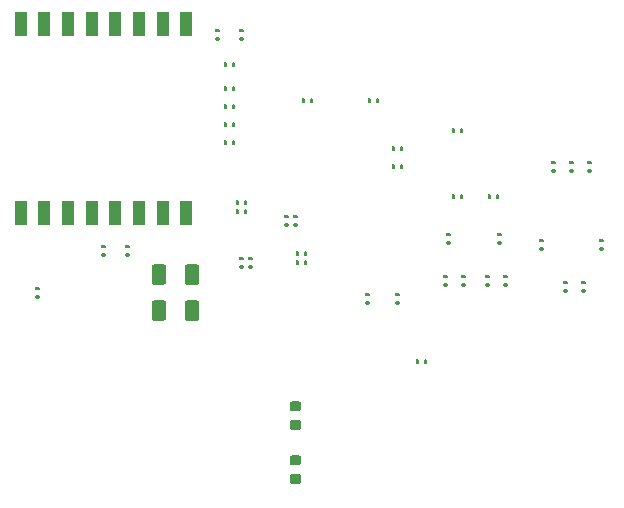
<source format=gbr>
G04 #@! TF.GenerationSoftware,KiCad,Pcbnew,(5.1.6)-1*
G04 #@! TF.CreationDate,2020-09-08T19:34:43-04:00*
G04 #@! TF.ProjectId,PayloadPrototypeBoard,5061796c-6f61-4645-9072-6f746f747970,rev?*
G04 #@! TF.SameCoordinates,Original*
G04 #@! TF.FileFunction,Paste,Bot*
G04 #@! TF.FilePolarity,Positive*
%FSLAX46Y46*%
G04 Gerber Fmt 4.6, Leading zero omitted, Abs format (unit mm)*
G04 Created by KiCad (PCBNEW (5.1.6)-1) date 2020-09-08 19:34:43*
%MOMM*%
%LPD*%
G01*
G04 APERTURE LIST*
%ADD10R,1.000000X2.000000*%
G04 APERTURE END LIST*
D10*
X42560000Y-77088000D03*
X40560000Y-77088000D03*
X38560000Y-77088000D03*
X36560000Y-77088000D03*
X34560000Y-77088000D03*
X32560000Y-77088000D03*
X30560000Y-77088000D03*
X28560000Y-77088000D03*
X28560000Y-61088000D03*
X30560000Y-61088000D03*
X32560000Y-61088000D03*
X34560000Y-61088000D03*
X36560000Y-61088000D03*
X38560000Y-61088000D03*
X40560000Y-61088000D03*
X42560000Y-61088000D03*
G36*
G01*
X51559750Y-99156000D02*
X52072250Y-99156000D01*
G75*
G02*
X52291000Y-99374750I0J-218750D01*
G01*
X52291000Y-99812250D01*
G75*
G02*
X52072250Y-100031000I-218750J0D01*
G01*
X51559750Y-100031000D01*
G75*
G02*
X51341000Y-99812250I0J218750D01*
G01*
X51341000Y-99374750D01*
G75*
G02*
X51559750Y-99156000I218750J0D01*
G01*
G37*
G36*
G01*
X51559750Y-97581000D02*
X52072250Y-97581000D01*
G75*
G02*
X52291000Y-97799750I0J-218750D01*
G01*
X52291000Y-98237250D01*
G75*
G02*
X52072250Y-98456000I-218750J0D01*
G01*
X51559750Y-98456000D01*
G75*
G02*
X51341000Y-98237250I0J218750D01*
G01*
X51341000Y-97799750D01*
G75*
G02*
X51559750Y-97581000I218750J0D01*
G01*
G37*
G36*
G01*
X58924000Y-67463500D02*
X58924000Y-67664500D01*
G75*
G02*
X58844500Y-67744000I-79500J0D01*
G01*
X58685500Y-67744000D01*
G75*
G02*
X58606000Y-67664500I0J79500D01*
G01*
X58606000Y-67463500D01*
G75*
G02*
X58685500Y-67384000I79500J0D01*
G01*
X58844500Y-67384000D01*
G75*
G02*
X58924000Y-67463500I0J-79500D01*
G01*
G37*
G36*
G01*
X58234000Y-67463500D02*
X58234000Y-67664500D01*
G75*
G02*
X58154500Y-67744000I-79500J0D01*
G01*
X57995500Y-67744000D01*
G75*
G02*
X57916000Y-67664500I0J79500D01*
G01*
X57916000Y-67463500D01*
G75*
G02*
X57995500Y-67384000I79500J0D01*
G01*
X58154500Y-67384000D01*
G75*
G02*
X58234000Y-67463500I0J-79500D01*
G01*
G37*
G36*
G01*
X50953500Y-77220000D02*
X51154500Y-77220000D01*
G75*
G02*
X51234000Y-77299500I0J-79500D01*
G01*
X51234000Y-77458500D01*
G75*
G02*
X51154500Y-77538000I-79500J0D01*
G01*
X50953500Y-77538000D01*
G75*
G02*
X50874000Y-77458500I0J79500D01*
G01*
X50874000Y-77299500D01*
G75*
G02*
X50953500Y-77220000I79500J0D01*
G01*
G37*
G36*
G01*
X50953500Y-77910000D02*
X51154500Y-77910000D01*
G75*
G02*
X51234000Y-77989500I0J-79500D01*
G01*
X51234000Y-78148500D01*
G75*
G02*
X51154500Y-78228000I-79500J0D01*
G01*
X50953500Y-78228000D01*
G75*
G02*
X50874000Y-78148500I0J79500D01*
G01*
X50874000Y-77989500D01*
G75*
G02*
X50953500Y-77910000I79500J0D01*
G01*
G37*
G36*
G01*
X47344500Y-81094000D02*
X47143500Y-81094000D01*
G75*
G02*
X47064000Y-81014500I0J79500D01*
G01*
X47064000Y-80855500D01*
G75*
G02*
X47143500Y-80776000I79500J0D01*
G01*
X47344500Y-80776000D01*
G75*
G02*
X47424000Y-80855500I0J-79500D01*
G01*
X47424000Y-81014500D01*
G75*
G02*
X47344500Y-81094000I-79500J0D01*
G01*
G37*
G36*
G01*
X47344500Y-81784000D02*
X47143500Y-81784000D01*
G75*
G02*
X47064000Y-81704500I0J79500D01*
G01*
X47064000Y-81545500D01*
G75*
G02*
X47143500Y-81466000I79500J0D01*
G01*
X47344500Y-81466000D01*
G75*
G02*
X47424000Y-81545500I0J-79500D01*
G01*
X47424000Y-81704500D01*
G75*
G02*
X47344500Y-81784000I-79500J0D01*
G01*
G37*
G36*
G01*
X53018000Y-67664500D02*
X53018000Y-67463500D01*
G75*
G02*
X53097500Y-67384000I79500J0D01*
G01*
X53256500Y-67384000D01*
G75*
G02*
X53336000Y-67463500I0J-79500D01*
G01*
X53336000Y-67664500D01*
G75*
G02*
X53256500Y-67744000I-79500J0D01*
G01*
X53097500Y-67744000D01*
G75*
G02*
X53018000Y-67664500I0J79500D01*
G01*
G37*
G36*
G01*
X52328000Y-67664500D02*
X52328000Y-67463500D01*
G75*
G02*
X52407500Y-67384000I79500J0D01*
G01*
X52566500Y-67384000D01*
G75*
G02*
X52646000Y-67463500I0J-79500D01*
G01*
X52646000Y-67664500D01*
G75*
G02*
X52566500Y-67744000I-79500J0D01*
G01*
X52407500Y-67744000D01*
G75*
G02*
X52328000Y-67664500I0J79500D01*
G01*
G37*
G36*
G01*
X46414000Y-64616500D02*
X46414000Y-64415500D01*
G75*
G02*
X46493500Y-64336000I79500J0D01*
G01*
X46652500Y-64336000D01*
G75*
G02*
X46732000Y-64415500I0J-79500D01*
G01*
X46732000Y-64616500D01*
G75*
G02*
X46652500Y-64696000I-79500J0D01*
G01*
X46493500Y-64696000D01*
G75*
G02*
X46414000Y-64616500I0J79500D01*
G01*
G37*
G36*
G01*
X45724000Y-64616500D02*
X45724000Y-64415500D01*
G75*
G02*
X45803500Y-64336000I79500J0D01*
G01*
X45962500Y-64336000D01*
G75*
G02*
X46042000Y-64415500I0J-79500D01*
G01*
X46042000Y-64616500D01*
G75*
G02*
X45962500Y-64696000I-79500J0D01*
G01*
X45803500Y-64696000D01*
G75*
G02*
X45724000Y-64616500I0J79500D01*
G01*
G37*
G36*
G01*
X52828000Y-81179500D02*
X52828000Y-81380500D01*
G75*
G02*
X52748500Y-81460000I-79500J0D01*
G01*
X52589500Y-81460000D01*
G75*
G02*
X52510000Y-81380500I0J79500D01*
G01*
X52510000Y-81179500D01*
G75*
G02*
X52589500Y-81100000I79500J0D01*
G01*
X52748500Y-81100000D01*
G75*
G02*
X52828000Y-81179500I0J-79500D01*
G01*
G37*
G36*
G01*
X52138000Y-81179500D02*
X52138000Y-81380500D01*
G75*
G02*
X52058500Y-81460000I-79500J0D01*
G01*
X51899500Y-81460000D01*
G75*
G02*
X51820000Y-81380500I0J79500D01*
G01*
X51820000Y-81179500D01*
G75*
G02*
X51899500Y-81100000I79500J0D01*
G01*
X52058500Y-81100000D01*
G75*
G02*
X52138000Y-81179500I0J-79500D01*
G01*
G37*
G36*
G01*
X52138000Y-80417500D02*
X52138000Y-80618500D01*
G75*
G02*
X52058500Y-80698000I-79500J0D01*
G01*
X51899500Y-80698000D01*
G75*
G02*
X51820000Y-80618500I0J79500D01*
G01*
X51820000Y-80417500D01*
G75*
G02*
X51899500Y-80338000I79500J0D01*
G01*
X52058500Y-80338000D01*
G75*
G02*
X52138000Y-80417500I0J-79500D01*
G01*
G37*
G36*
G01*
X52828000Y-80417500D02*
X52828000Y-80618500D01*
G75*
G02*
X52748500Y-80698000I-79500J0D01*
G01*
X52589500Y-80698000D01*
G75*
G02*
X52510000Y-80618500I0J79500D01*
G01*
X52510000Y-80417500D01*
G75*
G02*
X52589500Y-80338000I79500J0D01*
G01*
X52748500Y-80338000D01*
G75*
G02*
X52828000Y-80417500I0J-79500D01*
G01*
G37*
G36*
G01*
X60956000Y-71527500D02*
X60956000Y-71728500D01*
G75*
G02*
X60876500Y-71808000I-79500J0D01*
G01*
X60717500Y-71808000D01*
G75*
G02*
X60638000Y-71728500I0J79500D01*
G01*
X60638000Y-71527500D01*
G75*
G02*
X60717500Y-71448000I79500J0D01*
G01*
X60876500Y-71448000D01*
G75*
G02*
X60956000Y-71527500I0J-79500D01*
G01*
G37*
G36*
G01*
X60266000Y-71527500D02*
X60266000Y-71728500D01*
G75*
G02*
X60186500Y-71808000I-79500J0D01*
G01*
X60027500Y-71808000D01*
G75*
G02*
X59948000Y-71728500I0J79500D01*
G01*
X59948000Y-71527500D01*
G75*
G02*
X60027500Y-71448000I79500J0D01*
G01*
X60186500Y-71448000D01*
G75*
G02*
X60266000Y-71527500I0J-79500D01*
G01*
G37*
G36*
G01*
X51715500Y-77220000D02*
X51916500Y-77220000D01*
G75*
G02*
X51996000Y-77299500I0J-79500D01*
G01*
X51996000Y-77458500D01*
G75*
G02*
X51916500Y-77538000I-79500J0D01*
G01*
X51715500Y-77538000D01*
G75*
G02*
X51636000Y-77458500I0J79500D01*
G01*
X51636000Y-77299500D01*
G75*
G02*
X51715500Y-77220000I79500J0D01*
G01*
G37*
G36*
G01*
X51715500Y-77910000D02*
X51916500Y-77910000D01*
G75*
G02*
X51996000Y-77989500I0J-79500D01*
G01*
X51996000Y-78148500D01*
G75*
G02*
X51916500Y-78228000I-79500J0D01*
G01*
X51715500Y-78228000D01*
G75*
G02*
X51636000Y-78148500I0J79500D01*
G01*
X51636000Y-77989500D01*
G75*
G02*
X51715500Y-77910000I79500J0D01*
G01*
G37*
G36*
G01*
X46740000Y-77062500D02*
X46740000Y-76861500D01*
G75*
G02*
X46819500Y-76782000I79500J0D01*
G01*
X46978500Y-76782000D01*
G75*
G02*
X47058000Y-76861500I0J-79500D01*
G01*
X47058000Y-77062500D01*
G75*
G02*
X46978500Y-77142000I-79500J0D01*
G01*
X46819500Y-77142000D01*
G75*
G02*
X46740000Y-77062500I0J79500D01*
G01*
G37*
G36*
G01*
X47430000Y-77062500D02*
X47430000Y-76861500D01*
G75*
G02*
X47509500Y-76782000I79500J0D01*
G01*
X47668500Y-76782000D01*
G75*
G02*
X47748000Y-76861500I0J-79500D01*
G01*
X47748000Y-77062500D01*
G75*
G02*
X47668500Y-77142000I-79500J0D01*
G01*
X47509500Y-77142000D01*
G75*
G02*
X47430000Y-77062500I0J79500D01*
G01*
G37*
G36*
G01*
X60266000Y-73051500D02*
X60266000Y-73252500D01*
G75*
G02*
X60186500Y-73332000I-79500J0D01*
G01*
X60027500Y-73332000D01*
G75*
G02*
X59948000Y-73252500I0J79500D01*
G01*
X59948000Y-73051500D01*
G75*
G02*
X60027500Y-72972000I79500J0D01*
G01*
X60186500Y-72972000D01*
G75*
G02*
X60266000Y-73051500I0J-79500D01*
G01*
G37*
G36*
G01*
X60956000Y-73051500D02*
X60956000Y-73252500D01*
G75*
G02*
X60876500Y-73332000I-79500J0D01*
G01*
X60717500Y-73332000D01*
G75*
G02*
X60638000Y-73252500I0J79500D01*
G01*
X60638000Y-73051500D01*
G75*
G02*
X60717500Y-72972000I79500J0D01*
G01*
X60876500Y-72972000D01*
G75*
G02*
X60956000Y-73051500I0J-79500D01*
G01*
G37*
G36*
G01*
X48106500Y-81094000D02*
X47905500Y-81094000D01*
G75*
G02*
X47826000Y-81014500I0J79500D01*
G01*
X47826000Y-80855500D01*
G75*
G02*
X47905500Y-80776000I79500J0D01*
G01*
X48106500Y-80776000D01*
G75*
G02*
X48186000Y-80855500I0J-79500D01*
G01*
X48186000Y-81014500D01*
G75*
G02*
X48106500Y-81094000I-79500J0D01*
G01*
G37*
G36*
G01*
X48106500Y-81784000D02*
X47905500Y-81784000D01*
G75*
G02*
X47826000Y-81704500I0J79500D01*
G01*
X47826000Y-81545500D01*
G75*
G02*
X47905500Y-81466000I79500J0D01*
G01*
X48106500Y-81466000D01*
G75*
G02*
X48186000Y-81545500I0J-79500D01*
G01*
X48186000Y-81704500D01*
G75*
G02*
X48106500Y-81784000I-79500J0D01*
G01*
G37*
G36*
G01*
X46740000Y-76300500D02*
X46740000Y-76099500D01*
G75*
G02*
X46819500Y-76020000I79500J0D01*
G01*
X46978500Y-76020000D01*
G75*
G02*
X47058000Y-76099500I0J-79500D01*
G01*
X47058000Y-76300500D01*
G75*
G02*
X46978500Y-76380000I-79500J0D01*
G01*
X46819500Y-76380000D01*
G75*
G02*
X46740000Y-76300500I0J79500D01*
G01*
G37*
G36*
G01*
X47430000Y-76300500D02*
X47430000Y-76099500D01*
G75*
G02*
X47509500Y-76020000I79500J0D01*
G01*
X47668500Y-76020000D01*
G75*
G02*
X47748000Y-76099500I0J-79500D01*
G01*
X47748000Y-76300500D01*
G75*
G02*
X47668500Y-76380000I-79500J0D01*
G01*
X47509500Y-76380000D01*
G75*
G02*
X47430000Y-76300500I0J79500D01*
G01*
G37*
G36*
G01*
X35459500Y-79760000D02*
X35660500Y-79760000D01*
G75*
G02*
X35740000Y-79839500I0J-79500D01*
G01*
X35740000Y-79998500D01*
G75*
G02*
X35660500Y-80078000I-79500J0D01*
G01*
X35459500Y-80078000D01*
G75*
G02*
X35380000Y-79998500I0J79500D01*
G01*
X35380000Y-79839500D01*
G75*
G02*
X35459500Y-79760000I79500J0D01*
G01*
G37*
G36*
G01*
X35459500Y-80450000D02*
X35660500Y-80450000D01*
G75*
G02*
X35740000Y-80529500I0J-79500D01*
G01*
X35740000Y-80688500D01*
G75*
G02*
X35660500Y-80768000I-79500J0D01*
G01*
X35459500Y-80768000D01*
G75*
G02*
X35380000Y-80688500I0J79500D01*
G01*
X35380000Y-80529500D01*
G75*
G02*
X35459500Y-80450000I79500J0D01*
G01*
G37*
G36*
G01*
X57811500Y-84514000D02*
X58012500Y-84514000D01*
G75*
G02*
X58092000Y-84593500I0J-79500D01*
G01*
X58092000Y-84752500D01*
G75*
G02*
X58012500Y-84832000I-79500J0D01*
G01*
X57811500Y-84832000D01*
G75*
G02*
X57732000Y-84752500I0J79500D01*
G01*
X57732000Y-84593500D01*
G75*
G02*
X57811500Y-84514000I79500J0D01*
G01*
G37*
G36*
G01*
X57811500Y-83824000D02*
X58012500Y-83824000D01*
G75*
G02*
X58092000Y-83903500I0J-79500D01*
G01*
X58092000Y-84062500D01*
G75*
G02*
X58012500Y-84142000I-79500J0D01*
G01*
X57811500Y-84142000D01*
G75*
G02*
X57732000Y-84062500I0J79500D01*
G01*
X57732000Y-83903500D01*
G75*
G02*
X57811500Y-83824000I79500J0D01*
G01*
G37*
G36*
G01*
X60351500Y-84514000D02*
X60552500Y-84514000D01*
G75*
G02*
X60632000Y-84593500I0J-79500D01*
G01*
X60632000Y-84752500D01*
G75*
G02*
X60552500Y-84832000I-79500J0D01*
G01*
X60351500Y-84832000D01*
G75*
G02*
X60272000Y-84752500I0J79500D01*
G01*
X60272000Y-84593500D01*
G75*
G02*
X60351500Y-84514000I79500J0D01*
G01*
G37*
G36*
G01*
X60351500Y-83824000D02*
X60552500Y-83824000D01*
G75*
G02*
X60632000Y-83903500I0J-79500D01*
G01*
X60632000Y-84062500D01*
G75*
G02*
X60552500Y-84142000I-79500J0D01*
G01*
X60351500Y-84142000D01*
G75*
G02*
X60272000Y-84062500I0J79500D01*
G01*
X60272000Y-83903500D01*
G75*
G02*
X60351500Y-83824000I79500J0D01*
G01*
G37*
G36*
G01*
X68394000Y-75591500D02*
X68394000Y-75792500D01*
G75*
G02*
X68314500Y-75872000I-79500J0D01*
G01*
X68155500Y-75872000D01*
G75*
G02*
X68076000Y-75792500I0J79500D01*
G01*
X68076000Y-75591500D01*
G75*
G02*
X68155500Y-75512000I79500J0D01*
G01*
X68314500Y-75512000D01*
G75*
G02*
X68394000Y-75591500I0J-79500D01*
G01*
G37*
G36*
G01*
X69084000Y-75591500D02*
X69084000Y-75792500D01*
G75*
G02*
X69004500Y-75872000I-79500J0D01*
G01*
X68845500Y-75872000D01*
G75*
G02*
X68766000Y-75792500I0J79500D01*
G01*
X68766000Y-75591500D01*
G75*
G02*
X68845500Y-75512000I79500J0D01*
G01*
X69004500Y-75512000D01*
G75*
G02*
X69084000Y-75591500I0J-79500D01*
G01*
G37*
G36*
G01*
X65028000Y-70204500D02*
X65028000Y-70003500D01*
G75*
G02*
X65107500Y-69924000I79500J0D01*
G01*
X65266500Y-69924000D01*
G75*
G02*
X65346000Y-70003500I0J-79500D01*
G01*
X65346000Y-70204500D01*
G75*
G02*
X65266500Y-70284000I-79500J0D01*
G01*
X65107500Y-70284000D01*
G75*
G02*
X65028000Y-70204500I0J79500D01*
G01*
G37*
G36*
G01*
X65718000Y-70204500D02*
X65718000Y-70003500D01*
G75*
G02*
X65797500Y-69924000I79500J0D01*
G01*
X65956500Y-69924000D01*
G75*
G02*
X66036000Y-70003500I0J-79500D01*
G01*
X66036000Y-70204500D01*
G75*
G02*
X65956500Y-70284000I-79500J0D01*
G01*
X65797500Y-70284000D01*
G75*
G02*
X65718000Y-70204500I0J79500D01*
G01*
G37*
G36*
G01*
X75083500Y-72648000D02*
X75284500Y-72648000D01*
G75*
G02*
X75364000Y-72727500I0J-79500D01*
G01*
X75364000Y-72886500D01*
G75*
G02*
X75284500Y-72966000I-79500J0D01*
G01*
X75083500Y-72966000D01*
G75*
G02*
X75004000Y-72886500I0J79500D01*
G01*
X75004000Y-72727500D01*
G75*
G02*
X75083500Y-72648000I79500J0D01*
G01*
G37*
G36*
G01*
X75083500Y-73338000D02*
X75284500Y-73338000D01*
G75*
G02*
X75364000Y-73417500I0J-79500D01*
G01*
X75364000Y-73576500D01*
G75*
G02*
X75284500Y-73656000I-79500J0D01*
G01*
X75083500Y-73656000D01*
G75*
G02*
X75004000Y-73576500I0J79500D01*
G01*
X75004000Y-73417500D01*
G75*
G02*
X75083500Y-73338000I79500J0D01*
G01*
G37*
G36*
G01*
X76607500Y-73338000D02*
X76808500Y-73338000D01*
G75*
G02*
X76888000Y-73417500I0J-79500D01*
G01*
X76888000Y-73576500D01*
G75*
G02*
X76808500Y-73656000I-79500J0D01*
G01*
X76607500Y-73656000D01*
G75*
G02*
X76528000Y-73576500I0J79500D01*
G01*
X76528000Y-73417500D01*
G75*
G02*
X76607500Y-73338000I79500J0D01*
G01*
G37*
G36*
G01*
X76607500Y-72648000D02*
X76808500Y-72648000D01*
G75*
G02*
X76888000Y-72727500I0J-79500D01*
G01*
X76888000Y-72886500D01*
G75*
G02*
X76808500Y-72966000I-79500J0D01*
G01*
X76607500Y-72966000D01*
G75*
G02*
X76528000Y-72886500I0J79500D01*
G01*
X76528000Y-72727500D01*
G75*
G02*
X76607500Y-72648000I79500J0D01*
G01*
G37*
G36*
G01*
X73559500Y-73338000D02*
X73760500Y-73338000D01*
G75*
G02*
X73840000Y-73417500I0J-79500D01*
G01*
X73840000Y-73576500D01*
G75*
G02*
X73760500Y-73656000I-79500J0D01*
G01*
X73559500Y-73656000D01*
G75*
G02*
X73480000Y-73576500I0J79500D01*
G01*
X73480000Y-73417500D01*
G75*
G02*
X73559500Y-73338000I79500J0D01*
G01*
G37*
G36*
G01*
X73559500Y-72648000D02*
X73760500Y-72648000D01*
G75*
G02*
X73840000Y-72727500I0J-79500D01*
G01*
X73840000Y-72886500D01*
G75*
G02*
X73760500Y-72966000I-79500J0D01*
G01*
X73559500Y-72966000D01*
G75*
G02*
X73480000Y-72886500I0J79500D01*
G01*
X73480000Y-72727500D01*
G75*
G02*
X73559500Y-72648000I79500J0D01*
G01*
G37*
G36*
G01*
X77824500Y-79570000D02*
X77623500Y-79570000D01*
G75*
G02*
X77544000Y-79490500I0J79500D01*
G01*
X77544000Y-79331500D01*
G75*
G02*
X77623500Y-79252000I79500J0D01*
G01*
X77824500Y-79252000D01*
G75*
G02*
X77904000Y-79331500I0J-79500D01*
G01*
X77904000Y-79490500D01*
G75*
G02*
X77824500Y-79570000I-79500J0D01*
G01*
G37*
G36*
G01*
X77824500Y-80260000D02*
X77623500Y-80260000D01*
G75*
G02*
X77544000Y-80180500I0J79500D01*
G01*
X77544000Y-80021500D01*
G75*
G02*
X77623500Y-79942000I79500J0D01*
G01*
X77824500Y-79942000D01*
G75*
G02*
X77904000Y-80021500I0J-79500D01*
G01*
X77904000Y-80180500D01*
G75*
G02*
X77824500Y-80260000I-79500J0D01*
G01*
G37*
G36*
G01*
X72744500Y-80260000D02*
X72543500Y-80260000D01*
G75*
G02*
X72464000Y-80180500I0J79500D01*
G01*
X72464000Y-80021500D01*
G75*
G02*
X72543500Y-79942000I79500J0D01*
G01*
X72744500Y-79942000D01*
G75*
G02*
X72824000Y-80021500I0J-79500D01*
G01*
X72824000Y-80180500D01*
G75*
G02*
X72744500Y-80260000I-79500J0D01*
G01*
G37*
G36*
G01*
X72744500Y-79570000D02*
X72543500Y-79570000D01*
G75*
G02*
X72464000Y-79490500I0J79500D01*
G01*
X72464000Y-79331500D01*
G75*
G02*
X72543500Y-79252000I79500J0D01*
G01*
X72744500Y-79252000D01*
G75*
G02*
X72824000Y-79331500I0J-79500D01*
G01*
X72824000Y-79490500D01*
G75*
G02*
X72744500Y-79570000I-79500J0D01*
G01*
G37*
G36*
G01*
X64616500Y-82618000D02*
X64415500Y-82618000D01*
G75*
G02*
X64336000Y-82538500I0J79500D01*
G01*
X64336000Y-82379500D01*
G75*
G02*
X64415500Y-82300000I79500J0D01*
G01*
X64616500Y-82300000D01*
G75*
G02*
X64696000Y-82379500I0J-79500D01*
G01*
X64696000Y-82538500D01*
G75*
G02*
X64616500Y-82618000I-79500J0D01*
G01*
G37*
G36*
G01*
X64616500Y-83308000D02*
X64415500Y-83308000D01*
G75*
G02*
X64336000Y-83228500I0J79500D01*
G01*
X64336000Y-83069500D01*
G75*
G02*
X64415500Y-82990000I79500J0D01*
G01*
X64616500Y-82990000D01*
G75*
G02*
X64696000Y-83069500I0J-79500D01*
G01*
X64696000Y-83228500D01*
G75*
G02*
X64616500Y-83308000I-79500J0D01*
G01*
G37*
G36*
G01*
X65939500Y-82300000D02*
X66140500Y-82300000D01*
G75*
G02*
X66220000Y-82379500I0J-79500D01*
G01*
X66220000Y-82538500D01*
G75*
G02*
X66140500Y-82618000I-79500J0D01*
G01*
X65939500Y-82618000D01*
G75*
G02*
X65860000Y-82538500I0J79500D01*
G01*
X65860000Y-82379500D01*
G75*
G02*
X65939500Y-82300000I79500J0D01*
G01*
G37*
G36*
G01*
X65939500Y-82990000D02*
X66140500Y-82990000D01*
G75*
G02*
X66220000Y-83069500I0J-79500D01*
G01*
X66220000Y-83228500D01*
G75*
G02*
X66140500Y-83308000I-79500J0D01*
G01*
X65939500Y-83308000D01*
G75*
G02*
X65860000Y-83228500I0J79500D01*
G01*
X65860000Y-83069500D01*
G75*
G02*
X65939500Y-82990000I79500J0D01*
G01*
G37*
G36*
G01*
X51559750Y-93009000D02*
X52072250Y-93009000D01*
G75*
G02*
X52291000Y-93227750I0J-218750D01*
G01*
X52291000Y-93665250D01*
G75*
G02*
X52072250Y-93884000I-218750J0D01*
G01*
X51559750Y-93884000D01*
G75*
G02*
X51341000Y-93665250I0J218750D01*
G01*
X51341000Y-93227750D01*
G75*
G02*
X51559750Y-93009000I218750J0D01*
G01*
G37*
G36*
G01*
X51559750Y-94584000D02*
X52072250Y-94584000D01*
G75*
G02*
X52291000Y-94802750I0J-218750D01*
G01*
X52291000Y-95240250D01*
G75*
G02*
X52072250Y-95459000I-218750J0D01*
G01*
X51559750Y-95459000D01*
G75*
G02*
X51341000Y-95240250I0J218750D01*
G01*
X51341000Y-94802750D01*
G75*
G02*
X51559750Y-94584000I218750J0D01*
G01*
G37*
G36*
G01*
X37491500Y-79760000D02*
X37692500Y-79760000D01*
G75*
G02*
X37772000Y-79839500I0J-79500D01*
G01*
X37772000Y-79998500D01*
G75*
G02*
X37692500Y-80078000I-79500J0D01*
G01*
X37491500Y-80078000D01*
G75*
G02*
X37412000Y-79998500I0J79500D01*
G01*
X37412000Y-79839500D01*
G75*
G02*
X37491500Y-79760000I79500J0D01*
G01*
G37*
G36*
G01*
X37491500Y-80450000D02*
X37692500Y-80450000D01*
G75*
G02*
X37772000Y-80529500I0J-79500D01*
G01*
X37772000Y-80688500D01*
G75*
G02*
X37692500Y-80768000I-79500J0D01*
G01*
X37491500Y-80768000D01*
G75*
G02*
X37412000Y-80688500I0J79500D01*
G01*
X37412000Y-80529500D01*
G75*
G02*
X37491500Y-80450000I79500J0D01*
G01*
G37*
G36*
G01*
X46414000Y-66648500D02*
X46414000Y-66447500D01*
G75*
G02*
X46493500Y-66368000I79500J0D01*
G01*
X46652500Y-66368000D01*
G75*
G02*
X46732000Y-66447500I0J-79500D01*
G01*
X46732000Y-66648500D01*
G75*
G02*
X46652500Y-66728000I-79500J0D01*
G01*
X46493500Y-66728000D01*
G75*
G02*
X46414000Y-66648500I0J79500D01*
G01*
G37*
G36*
G01*
X45724000Y-66648500D02*
X45724000Y-66447500D01*
G75*
G02*
X45803500Y-66368000I79500J0D01*
G01*
X45962500Y-66368000D01*
G75*
G02*
X46042000Y-66447500I0J-79500D01*
G01*
X46042000Y-66648500D01*
G75*
G02*
X45962500Y-66728000I-79500J0D01*
G01*
X45803500Y-66728000D01*
G75*
G02*
X45724000Y-66648500I0J79500D01*
G01*
G37*
G36*
G01*
X46414000Y-71220500D02*
X46414000Y-71019500D01*
G75*
G02*
X46493500Y-70940000I79500J0D01*
G01*
X46652500Y-70940000D01*
G75*
G02*
X46732000Y-71019500I0J-79500D01*
G01*
X46732000Y-71220500D01*
G75*
G02*
X46652500Y-71300000I-79500J0D01*
G01*
X46493500Y-71300000D01*
G75*
G02*
X46414000Y-71220500I0J79500D01*
G01*
G37*
G36*
G01*
X45724000Y-71220500D02*
X45724000Y-71019500D01*
G75*
G02*
X45803500Y-70940000I79500J0D01*
G01*
X45962500Y-70940000D01*
G75*
G02*
X46042000Y-71019500I0J-79500D01*
G01*
X46042000Y-71220500D01*
G75*
G02*
X45962500Y-71300000I-79500J0D01*
G01*
X45803500Y-71300000D01*
G75*
G02*
X45724000Y-71220500I0J79500D01*
G01*
G37*
G36*
G01*
X45724000Y-69696500D02*
X45724000Y-69495500D01*
G75*
G02*
X45803500Y-69416000I79500J0D01*
G01*
X45962500Y-69416000D01*
G75*
G02*
X46042000Y-69495500I0J-79500D01*
G01*
X46042000Y-69696500D01*
G75*
G02*
X45962500Y-69776000I-79500J0D01*
G01*
X45803500Y-69776000D01*
G75*
G02*
X45724000Y-69696500I0J79500D01*
G01*
G37*
G36*
G01*
X46414000Y-69696500D02*
X46414000Y-69495500D01*
G75*
G02*
X46493500Y-69416000I79500J0D01*
G01*
X46652500Y-69416000D01*
G75*
G02*
X46732000Y-69495500I0J-79500D01*
G01*
X46732000Y-69696500D01*
G75*
G02*
X46652500Y-69776000I-79500J0D01*
G01*
X46493500Y-69776000D01*
G75*
G02*
X46414000Y-69696500I0J79500D01*
G01*
G37*
G36*
G01*
X46414000Y-68172500D02*
X46414000Y-67971500D01*
G75*
G02*
X46493500Y-67892000I79500J0D01*
G01*
X46652500Y-67892000D01*
G75*
G02*
X46732000Y-67971500I0J-79500D01*
G01*
X46732000Y-68172500D01*
G75*
G02*
X46652500Y-68252000I-79500J0D01*
G01*
X46493500Y-68252000D01*
G75*
G02*
X46414000Y-68172500I0J79500D01*
G01*
G37*
G36*
G01*
X45724000Y-68172500D02*
X45724000Y-67971500D01*
G75*
G02*
X45803500Y-67892000I79500J0D01*
G01*
X45962500Y-67892000D01*
G75*
G02*
X46042000Y-67971500I0J-79500D01*
G01*
X46042000Y-68172500D01*
G75*
G02*
X45962500Y-68252000I-79500J0D01*
G01*
X45803500Y-68252000D01*
G75*
G02*
X45724000Y-68172500I0J79500D01*
G01*
G37*
G36*
G01*
X62988000Y-89561500D02*
X62988000Y-89762500D01*
G75*
G02*
X62908500Y-89842000I-79500J0D01*
G01*
X62749500Y-89842000D01*
G75*
G02*
X62670000Y-89762500I0J79500D01*
G01*
X62670000Y-89561500D01*
G75*
G02*
X62749500Y-89482000I79500J0D01*
G01*
X62908500Y-89482000D01*
G75*
G02*
X62988000Y-89561500I0J-79500D01*
G01*
G37*
G36*
G01*
X62298000Y-89561500D02*
X62298000Y-89762500D01*
G75*
G02*
X62218500Y-89842000I-79500J0D01*
G01*
X62059500Y-89842000D01*
G75*
G02*
X61980000Y-89762500I0J79500D01*
G01*
X61980000Y-89561500D01*
G75*
G02*
X62059500Y-89482000I79500J0D01*
G01*
X62218500Y-89482000D01*
G75*
G02*
X62298000Y-89561500I0J-79500D01*
G01*
G37*
G36*
G01*
X29871500Y-83316000D02*
X30072500Y-83316000D01*
G75*
G02*
X30152000Y-83395500I0J-79500D01*
G01*
X30152000Y-83554500D01*
G75*
G02*
X30072500Y-83634000I-79500J0D01*
G01*
X29871500Y-83634000D01*
G75*
G02*
X29792000Y-83554500I0J79500D01*
G01*
X29792000Y-83395500D01*
G75*
G02*
X29871500Y-83316000I79500J0D01*
G01*
G37*
G36*
G01*
X29871500Y-84006000D02*
X30072500Y-84006000D01*
G75*
G02*
X30152000Y-84085500I0J-79500D01*
G01*
X30152000Y-84244500D01*
G75*
G02*
X30072500Y-84324000I-79500J0D01*
G01*
X29871500Y-84324000D01*
G75*
G02*
X29792000Y-84244500I0J79500D01*
G01*
X29792000Y-84085500D01*
G75*
G02*
X29871500Y-84006000I79500J0D01*
G01*
G37*
G36*
G01*
X66036000Y-75591500D02*
X66036000Y-75792500D01*
G75*
G02*
X65956500Y-75872000I-79500J0D01*
G01*
X65797500Y-75872000D01*
G75*
G02*
X65718000Y-75792500I0J79500D01*
G01*
X65718000Y-75591500D01*
G75*
G02*
X65797500Y-75512000I79500J0D01*
G01*
X65956500Y-75512000D01*
G75*
G02*
X66036000Y-75591500I0J-79500D01*
G01*
G37*
G36*
G01*
X65346000Y-75591500D02*
X65346000Y-75792500D01*
G75*
G02*
X65266500Y-75872000I-79500J0D01*
G01*
X65107500Y-75872000D01*
G75*
G02*
X65028000Y-75792500I0J79500D01*
G01*
X65028000Y-75591500D01*
G75*
G02*
X65107500Y-75512000I79500J0D01*
G01*
X65266500Y-75512000D01*
G75*
G02*
X65346000Y-75591500I0J-79500D01*
G01*
G37*
G36*
G01*
X45111500Y-62162000D02*
X45312500Y-62162000D01*
G75*
G02*
X45392000Y-62241500I0J-79500D01*
G01*
X45392000Y-62400500D01*
G75*
G02*
X45312500Y-62480000I-79500J0D01*
G01*
X45111500Y-62480000D01*
G75*
G02*
X45032000Y-62400500I0J79500D01*
G01*
X45032000Y-62241500D01*
G75*
G02*
X45111500Y-62162000I79500J0D01*
G01*
G37*
G36*
G01*
X45111500Y-61472000D02*
X45312500Y-61472000D01*
G75*
G02*
X45392000Y-61551500I0J-79500D01*
G01*
X45392000Y-61710500D01*
G75*
G02*
X45312500Y-61790000I-79500J0D01*
G01*
X45111500Y-61790000D01*
G75*
G02*
X45032000Y-61710500I0J79500D01*
G01*
X45032000Y-61551500D01*
G75*
G02*
X45111500Y-61472000I79500J0D01*
G01*
G37*
G36*
G01*
X47344500Y-62480000D02*
X47143500Y-62480000D01*
G75*
G02*
X47064000Y-62400500I0J79500D01*
G01*
X47064000Y-62241500D01*
G75*
G02*
X47143500Y-62162000I79500J0D01*
G01*
X47344500Y-62162000D01*
G75*
G02*
X47424000Y-62241500I0J-79500D01*
G01*
X47424000Y-62400500D01*
G75*
G02*
X47344500Y-62480000I-79500J0D01*
G01*
G37*
G36*
G01*
X47344500Y-61790000D02*
X47143500Y-61790000D01*
G75*
G02*
X47064000Y-61710500I0J79500D01*
G01*
X47064000Y-61551500D01*
G75*
G02*
X47143500Y-61472000I79500J0D01*
G01*
X47344500Y-61472000D01*
G75*
G02*
X47424000Y-61551500I0J-79500D01*
G01*
X47424000Y-61710500D01*
G75*
G02*
X47344500Y-61790000I-79500J0D01*
G01*
G37*
G36*
G01*
X68987500Y-79434000D02*
X69188500Y-79434000D01*
G75*
G02*
X69268000Y-79513500I0J-79500D01*
G01*
X69268000Y-79672500D01*
G75*
G02*
X69188500Y-79752000I-79500J0D01*
G01*
X68987500Y-79752000D01*
G75*
G02*
X68908000Y-79672500I0J79500D01*
G01*
X68908000Y-79513500D01*
G75*
G02*
X68987500Y-79434000I79500J0D01*
G01*
G37*
G36*
G01*
X68987500Y-78744000D02*
X69188500Y-78744000D01*
G75*
G02*
X69268000Y-78823500I0J-79500D01*
G01*
X69268000Y-78982500D01*
G75*
G02*
X69188500Y-79062000I-79500J0D01*
G01*
X68987500Y-79062000D01*
G75*
G02*
X68908000Y-78982500I0J79500D01*
G01*
X68908000Y-78823500D01*
G75*
G02*
X68987500Y-78744000I79500J0D01*
G01*
G37*
G36*
G01*
X64870500Y-79752000D02*
X64669500Y-79752000D01*
G75*
G02*
X64590000Y-79672500I0J79500D01*
G01*
X64590000Y-79513500D01*
G75*
G02*
X64669500Y-79434000I79500J0D01*
G01*
X64870500Y-79434000D01*
G75*
G02*
X64950000Y-79513500I0J-79500D01*
G01*
X64950000Y-79672500D01*
G75*
G02*
X64870500Y-79752000I-79500J0D01*
G01*
G37*
G36*
G01*
X64870500Y-79062000D02*
X64669500Y-79062000D01*
G75*
G02*
X64590000Y-78982500I0J79500D01*
G01*
X64590000Y-78823500D01*
G75*
G02*
X64669500Y-78744000I79500J0D01*
G01*
X64870500Y-78744000D01*
G75*
G02*
X64950000Y-78823500I0J-79500D01*
G01*
X64950000Y-78982500D01*
G75*
G02*
X64870500Y-79062000I-79500J0D01*
G01*
G37*
G36*
G01*
X76099500Y-83498000D02*
X76300500Y-83498000D01*
G75*
G02*
X76380000Y-83577500I0J-79500D01*
G01*
X76380000Y-83736500D01*
G75*
G02*
X76300500Y-83816000I-79500J0D01*
G01*
X76099500Y-83816000D01*
G75*
G02*
X76020000Y-83736500I0J79500D01*
G01*
X76020000Y-83577500D01*
G75*
G02*
X76099500Y-83498000I79500J0D01*
G01*
G37*
G36*
G01*
X76099500Y-82808000D02*
X76300500Y-82808000D01*
G75*
G02*
X76380000Y-82887500I0J-79500D01*
G01*
X76380000Y-83046500D01*
G75*
G02*
X76300500Y-83126000I-79500J0D01*
G01*
X76099500Y-83126000D01*
G75*
G02*
X76020000Y-83046500I0J79500D01*
G01*
X76020000Y-82887500D01*
G75*
G02*
X76099500Y-82808000I79500J0D01*
G01*
G37*
G36*
G01*
X74575500Y-82808000D02*
X74776500Y-82808000D01*
G75*
G02*
X74856000Y-82887500I0J-79500D01*
G01*
X74856000Y-83046500D01*
G75*
G02*
X74776500Y-83126000I-79500J0D01*
G01*
X74575500Y-83126000D01*
G75*
G02*
X74496000Y-83046500I0J79500D01*
G01*
X74496000Y-82887500D01*
G75*
G02*
X74575500Y-82808000I79500J0D01*
G01*
G37*
G36*
G01*
X74575500Y-83498000D02*
X74776500Y-83498000D01*
G75*
G02*
X74856000Y-83577500I0J-79500D01*
G01*
X74856000Y-83736500D01*
G75*
G02*
X74776500Y-83816000I-79500J0D01*
G01*
X74575500Y-83816000D01*
G75*
G02*
X74496000Y-83736500I0J79500D01*
G01*
X74496000Y-83577500D01*
G75*
G02*
X74575500Y-83498000I79500J0D01*
G01*
G37*
G36*
G01*
X67971500Y-82300000D02*
X68172500Y-82300000D01*
G75*
G02*
X68252000Y-82379500I0J-79500D01*
G01*
X68252000Y-82538500D01*
G75*
G02*
X68172500Y-82618000I-79500J0D01*
G01*
X67971500Y-82618000D01*
G75*
G02*
X67892000Y-82538500I0J79500D01*
G01*
X67892000Y-82379500D01*
G75*
G02*
X67971500Y-82300000I79500J0D01*
G01*
G37*
G36*
G01*
X67971500Y-82990000D02*
X68172500Y-82990000D01*
G75*
G02*
X68252000Y-83069500I0J-79500D01*
G01*
X68252000Y-83228500D01*
G75*
G02*
X68172500Y-83308000I-79500J0D01*
G01*
X67971500Y-83308000D01*
G75*
G02*
X67892000Y-83228500I0J79500D01*
G01*
X67892000Y-83069500D01*
G75*
G02*
X67971500Y-82990000I79500J0D01*
G01*
G37*
G36*
G01*
X69696500Y-82618000D02*
X69495500Y-82618000D01*
G75*
G02*
X69416000Y-82538500I0J79500D01*
G01*
X69416000Y-82379500D01*
G75*
G02*
X69495500Y-82300000I79500J0D01*
G01*
X69696500Y-82300000D01*
G75*
G02*
X69776000Y-82379500I0J-79500D01*
G01*
X69776000Y-82538500D01*
G75*
G02*
X69696500Y-82618000I-79500J0D01*
G01*
G37*
G36*
G01*
X69696500Y-83308000D02*
X69495500Y-83308000D01*
G75*
G02*
X69416000Y-83228500I0J79500D01*
G01*
X69416000Y-83069500D01*
G75*
G02*
X69495500Y-82990000I79500J0D01*
G01*
X69696500Y-82990000D01*
G75*
G02*
X69776000Y-83069500I0J-79500D01*
G01*
X69776000Y-83228500D01*
G75*
G02*
X69696500Y-83308000I-79500J0D01*
G01*
G37*
G36*
G01*
X39631000Y-85969000D02*
X39631000Y-84719000D01*
G75*
G02*
X39881000Y-84469000I250000J0D01*
G01*
X40631000Y-84469000D01*
G75*
G02*
X40881000Y-84719000I0J-250000D01*
G01*
X40881000Y-85969000D01*
G75*
G02*
X40631000Y-86219000I-250000J0D01*
G01*
X39881000Y-86219000D01*
G75*
G02*
X39631000Y-85969000I0J250000D01*
G01*
G37*
G36*
G01*
X42431000Y-85969000D02*
X42431000Y-84719000D01*
G75*
G02*
X42681000Y-84469000I250000J0D01*
G01*
X43431000Y-84469000D01*
G75*
G02*
X43681000Y-84719000I0J-250000D01*
G01*
X43681000Y-85969000D01*
G75*
G02*
X43431000Y-86219000I-250000J0D01*
G01*
X42681000Y-86219000D01*
G75*
G02*
X42431000Y-85969000I0J250000D01*
G01*
G37*
G36*
G01*
X40881000Y-81671000D02*
X40881000Y-82921000D01*
G75*
G02*
X40631000Y-83171000I-250000J0D01*
G01*
X39881000Y-83171000D01*
G75*
G02*
X39631000Y-82921000I0J250000D01*
G01*
X39631000Y-81671000D01*
G75*
G02*
X39881000Y-81421000I250000J0D01*
G01*
X40631000Y-81421000D01*
G75*
G02*
X40881000Y-81671000I0J-250000D01*
G01*
G37*
G36*
G01*
X43681000Y-81671000D02*
X43681000Y-82921000D01*
G75*
G02*
X43431000Y-83171000I-250000J0D01*
G01*
X42681000Y-83171000D01*
G75*
G02*
X42431000Y-82921000I0J250000D01*
G01*
X42431000Y-81671000D01*
G75*
G02*
X42681000Y-81421000I250000J0D01*
G01*
X43431000Y-81421000D01*
G75*
G02*
X43681000Y-81671000I0J-250000D01*
G01*
G37*
M02*

</source>
